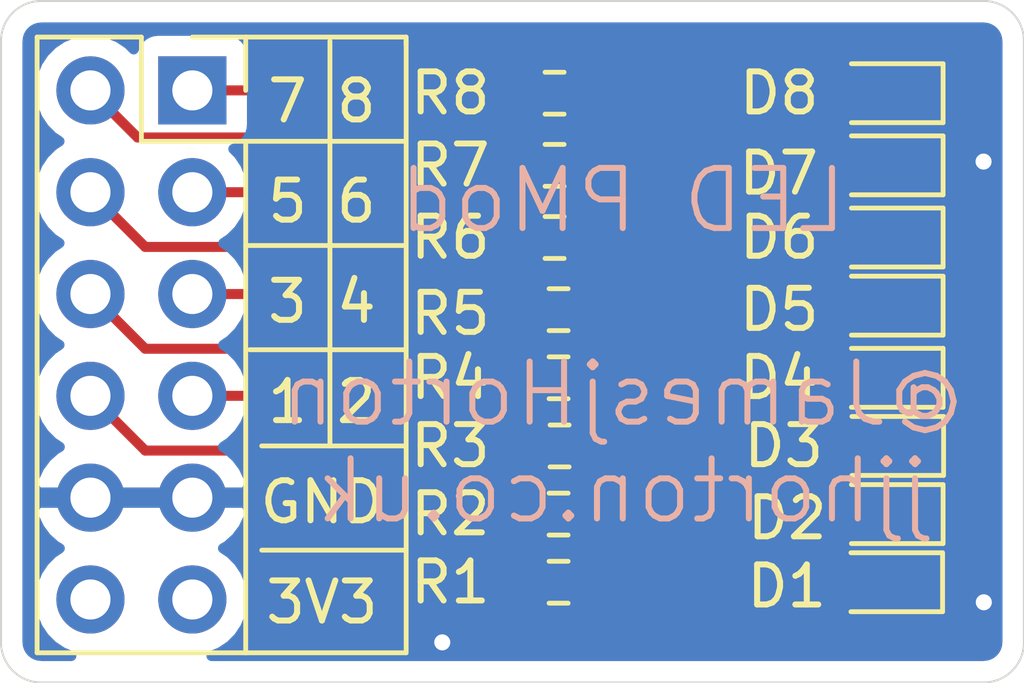
<source format=kicad_pcb>
(kicad_pcb (version 20171130) (host pcbnew "(5.1.9-0-10_14)")

  (general
    (thickness 1.6)
    (drawings 25)
    (tracks 69)
    (zones 0)
    (modules 17)
    (nets 20)
  )

  (page A4)
  (layers
    (0 F.Cu signal hide)
    (31 B.Cu signal hide)
    (32 B.Adhes user)
    (33 F.Adhes user)
    (34 B.Paste user)
    (35 F.Paste user)
    (36 B.SilkS user)
    (37 F.SilkS user)
    (38 B.Mask user)
    (39 F.Mask user)
    (40 Dwgs.User user)
    (41 Cmts.User user)
    (42 Eco1.User user)
    (43 Eco2.User user)
    (44 Edge.Cuts user)
    (45 Margin user)
    (46 B.CrtYd user)
    (47 F.CrtYd user)
    (48 B.Fab user)
    (49 F.Fab user)
  )

  (setup
    (last_trace_width 0.25)
    (trace_clearance 0.2)
    (zone_clearance 0.508)
    (zone_45_only no)
    (trace_min 0.2)
    (via_size 0.8)
    (via_drill 0.4)
    (via_min_size 0.4)
    (via_min_drill 0.3)
    (uvia_size 0.3)
    (uvia_drill 0.1)
    (uvias_allowed no)
    (uvia_min_size 0.2)
    (uvia_min_drill 0.1)
    (edge_width 0.05)
    (segment_width 0.2)
    (pcb_text_width 0.3)
    (pcb_text_size 1.5 1.5)
    (mod_edge_width 0.12)
    (mod_text_size 1 1)
    (mod_text_width 0.15)
    (pad_size 1.524 1.524)
    (pad_drill 0.762)
    (pad_to_mask_clearance 0)
    (aux_axis_origin 0 0)
    (visible_elements FFFFFF7F)
    (pcbplotparams
      (layerselection 0x010fc_ffffffff)
      (usegerberextensions false)
      (usegerberattributes true)
      (usegerberadvancedattributes true)
      (creategerberjobfile true)
      (excludeedgelayer true)
      (linewidth 0.100000)
      (plotframeref false)
      (viasonmask false)
      (mode 1)
      (useauxorigin false)
      (hpglpennumber 1)
      (hpglpenspeed 20)
      (hpglpendiameter 15.000000)
      (psnegative false)
      (psa4output false)
      (plotreference true)
      (plotvalue true)
      (plotinvisibletext false)
      (padsonsilk false)
      (subtractmaskfromsilk false)
      (outputformat 1)
      (mirror false)
      (drillshape 1)
      (scaleselection 1)
      (outputdirectory ""))
  )

  (net 0 "")
  (net 1 "Net-(D1-Pad2)")
  (net 2 GND)
  (net 3 "Net-(D2-Pad2)")
  (net 4 "Net-(D3-Pad2)")
  (net 5 "Net-(D4-Pad2)")
  (net 6 "Net-(D5-Pad2)")
  (net 7 "Net-(D6-Pad2)")
  (net 8 "Net-(D7-Pad2)")
  (net 9 "Net-(D8-Pad2)")
  (net 10 "Net-(J1-Pad12)")
  (net 11 "Net-(J1-Pad11)")
  (net 12 LED0)
  (net 13 LED1)
  (net 14 LED2)
  (net 15 LED3)
  (net 16 LED4)
  (net 17 LED5)
  (net 18 LED6)
  (net 19 LED7)

  (net_class Default "This is the default net class."
    (clearance 0.2)
    (trace_width 0.25)
    (via_dia 0.8)
    (via_drill 0.4)
    (uvia_dia 0.3)
    (uvia_drill 0.1)
    (add_net GND)
    (add_net LED0)
    (add_net LED1)
    (add_net LED2)
    (add_net LED3)
    (add_net LED4)
    (add_net LED5)
    (add_net LED6)
    (add_net LED7)
    (add_net "Net-(D1-Pad2)")
    (add_net "Net-(D2-Pad2)")
    (add_net "Net-(D3-Pad2)")
    (add_net "Net-(D4-Pad2)")
    (add_net "Net-(D5-Pad2)")
    (add_net "Net-(D6-Pad2)")
    (add_net "Net-(D7-Pad2)")
    (add_net "Net-(D8-Pad2)")
    (add_net "Net-(J1-Pad11)")
    (add_net "Net-(J1-Pad12)")
  )

  (module Resistor_SMD:R_0603_1608Metric (layer F.Cu) (tedit 5F68FEEE) (tstamp 60871115)
    (at 143.8 80.8)
    (descr "Resistor SMD 0603 (1608 Metric), square (rectangular) end terminal, IPC_7351 nominal, (Body size source: IPC-SM-782 page 72, https://www.pcb-3d.com/wordpress/wp-content/uploads/ipc-sm-782a_amendment_1_and_2.pdf), generated with kicad-footprint-generator")
    (tags resistor)
    (path /6087FA82)
    (attr smd)
    (fp_text reference R8 (at -2.6 0) (layer F.SilkS)
      (effects (font (size 1 1) (thickness 0.15)))
    )
    (fp_text value 330 (at 3.2 0.1) (layer F.Fab)
      (effects (font (size 1 1) (thickness 0.15)))
    )
    (fp_text user %R (at 0 0) (layer F.Fab)
      (effects (font (size 0.4 0.4) (thickness 0.06)))
    )
    (fp_line (start -0.8 0.4125) (end -0.8 -0.4125) (layer F.Fab) (width 0.1))
    (fp_line (start -0.8 -0.4125) (end 0.8 -0.4125) (layer F.Fab) (width 0.1))
    (fp_line (start 0.8 -0.4125) (end 0.8 0.4125) (layer F.Fab) (width 0.1))
    (fp_line (start 0.8 0.4125) (end -0.8 0.4125) (layer F.Fab) (width 0.1))
    (fp_line (start -0.237258 -0.5225) (end 0.237258 -0.5225) (layer F.SilkS) (width 0.12))
    (fp_line (start -0.237258 0.5225) (end 0.237258 0.5225) (layer F.SilkS) (width 0.12))
    (fp_line (start -1.48 0.73) (end -1.48 -0.73) (layer F.CrtYd) (width 0.05))
    (fp_line (start -1.48 -0.73) (end 1.48 -0.73) (layer F.CrtYd) (width 0.05))
    (fp_line (start 1.48 -0.73) (end 1.48 0.73) (layer F.CrtYd) (width 0.05))
    (fp_line (start 1.48 0.73) (end -1.48 0.73) (layer F.CrtYd) (width 0.05))
    (pad 2 smd roundrect (at 0.825 0) (size 0.8 0.95) (layers F.Cu F.Paste F.Mask) (roundrect_rratio 0.25)
      (net 9 "Net-(D8-Pad2)"))
    (pad 1 smd roundrect (at -0.825 0) (size 0.8 0.95) (layers F.Cu F.Paste F.Mask) (roundrect_rratio 0.25)
      (net 19 LED7))
    (model ${KISYS3DMOD}/Resistor_SMD.3dshapes/R_0603_1608Metric.wrl
      (at (xyz 0 0 0))
      (scale (xyz 1 1 1))
      (rotate (xyz 0 0 0))
    )
  )

  (module Resistor_SMD:R_0603_1608Metric (layer F.Cu) (tedit 5F68FEEE) (tstamp 60871104)
    (at 143.8 82.6)
    (descr "Resistor SMD 0603 (1608 Metric), square (rectangular) end terminal, IPC_7351 nominal, (Body size source: IPC-SM-782 page 72, https://www.pcb-3d.com/wordpress/wp-content/uploads/ipc-sm-782a_amendment_1_and_2.pdf), generated with kicad-footprint-generator")
    (tags resistor)
    (path /6087FA6C)
    (attr smd)
    (fp_text reference R7 (at -2.6 0) (layer F.SilkS)
      (effects (font (size 1 1) (thickness 0.15)))
    )
    (fp_text value 330 (at 2.9 0) (layer F.Fab)
      (effects (font (size 1 1) (thickness 0.15)))
    )
    (fp_text user %R (at 0 0) (layer F.Fab)
      (effects (font (size 0.4 0.4) (thickness 0.06)))
    )
    (fp_line (start -0.8 0.4125) (end -0.8 -0.4125) (layer F.Fab) (width 0.1))
    (fp_line (start -0.8 -0.4125) (end 0.8 -0.4125) (layer F.Fab) (width 0.1))
    (fp_line (start 0.8 -0.4125) (end 0.8 0.4125) (layer F.Fab) (width 0.1))
    (fp_line (start 0.8 0.4125) (end -0.8 0.4125) (layer F.Fab) (width 0.1))
    (fp_line (start -0.237258 -0.5225) (end 0.237258 -0.5225) (layer F.SilkS) (width 0.12))
    (fp_line (start -0.237258 0.5225) (end 0.237258 0.5225) (layer F.SilkS) (width 0.12))
    (fp_line (start -1.48 0.73) (end -1.48 -0.73) (layer F.CrtYd) (width 0.05))
    (fp_line (start -1.48 -0.73) (end 1.48 -0.73) (layer F.CrtYd) (width 0.05))
    (fp_line (start 1.48 -0.73) (end 1.48 0.73) (layer F.CrtYd) (width 0.05))
    (fp_line (start 1.48 0.73) (end -1.48 0.73) (layer F.CrtYd) (width 0.05))
    (pad 2 smd roundrect (at 0.825 0) (size 0.8 0.95) (layers F.Cu F.Paste F.Mask) (roundrect_rratio 0.25)
      (net 8 "Net-(D7-Pad2)"))
    (pad 1 smd roundrect (at -0.825 0) (size 0.8 0.95) (layers F.Cu F.Paste F.Mask) (roundrect_rratio 0.25)
      (net 18 LED6))
    (model ${KISYS3DMOD}/Resistor_SMD.3dshapes/R_0603_1608Metric.wrl
      (at (xyz 0 0 0))
      (scale (xyz 1 1 1))
      (rotate (xyz 0 0 0))
    )
  )

  (module Resistor_SMD:R_0603_1608Metric (layer F.Cu) (tedit 5F68FEEE) (tstamp 608710F3)
    (at 143.8 84.4)
    (descr "Resistor SMD 0603 (1608 Metric), square (rectangular) end terminal, IPC_7351 nominal, (Body size source: IPC-SM-782 page 72, https://www.pcb-3d.com/wordpress/wp-content/uploads/ipc-sm-782a_amendment_1_and_2.pdf), generated with kicad-footprint-generator")
    (tags resistor)
    (path /6087FA56)
    (attr smd)
    (fp_text reference R6 (at -2.6 0) (layer F.SilkS)
      (effects (font (size 1 1) (thickness 0.15)))
    )
    (fp_text value 330 (at 3.1 0) (layer F.Fab)
      (effects (font (size 1 1) (thickness 0.15)))
    )
    (fp_text user %R (at 0 0) (layer F.Fab)
      (effects (font (size 0.4 0.4) (thickness 0.06)))
    )
    (fp_line (start -0.8 0.4125) (end -0.8 -0.4125) (layer F.Fab) (width 0.1))
    (fp_line (start -0.8 -0.4125) (end 0.8 -0.4125) (layer F.Fab) (width 0.1))
    (fp_line (start 0.8 -0.4125) (end 0.8 0.4125) (layer F.Fab) (width 0.1))
    (fp_line (start 0.8 0.4125) (end -0.8 0.4125) (layer F.Fab) (width 0.1))
    (fp_line (start -0.237258 -0.5225) (end 0.237258 -0.5225) (layer F.SilkS) (width 0.12))
    (fp_line (start -0.237258 0.5225) (end 0.237258 0.5225) (layer F.SilkS) (width 0.12))
    (fp_line (start -1.48 0.73) (end -1.48 -0.73) (layer F.CrtYd) (width 0.05))
    (fp_line (start -1.48 -0.73) (end 1.48 -0.73) (layer F.CrtYd) (width 0.05))
    (fp_line (start 1.48 -0.73) (end 1.48 0.73) (layer F.CrtYd) (width 0.05))
    (fp_line (start 1.48 0.73) (end -1.48 0.73) (layer F.CrtYd) (width 0.05))
    (pad 2 smd roundrect (at 0.825 0) (size 0.8 0.95) (layers F.Cu F.Paste F.Mask) (roundrect_rratio 0.25)
      (net 7 "Net-(D6-Pad2)"))
    (pad 1 smd roundrect (at -0.825 0) (size 0.8 0.95) (layers F.Cu F.Paste F.Mask) (roundrect_rratio 0.25)
      (net 17 LED5))
    (model ${KISYS3DMOD}/Resistor_SMD.3dshapes/R_0603_1608Metric.wrl
      (at (xyz 0 0 0))
      (scale (xyz 1 1 1))
      (rotate (xyz 0 0 0))
    )
  )

  (module Resistor_SMD:R_0603_1608Metric (layer F.Cu) (tedit 5F68FEEE) (tstamp 608710E2)
    (at 143.9 86.2)
    (descr "Resistor SMD 0603 (1608 Metric), square (rectangular) end terminal, IPC_7351 nominal, (Body size source: IPC-SM-782 page 72, https://www.pcb-3d.com/wordpress/wp-content/uploads/ipc-sm-782a_amendment_1_and_2.pdf), generated with kicad-footprint-generator")
    (tags resistor)
    (path /6087FA40)
    (attr smd)
    (fp_text reference R5 (at -2.7 0.1) (layer F.SilkS)
      (effects (font (size 1 1) (thickness 0.15)))
    )
    (fp_text value 330 (at 3.025 0.1) (layer F.Fab)
      (effects (font (size 1 1) (thickness 0.15)))
    )
    (fp_text user %R (at 0 0) (layer F.Fab)
      (effects (font (size 0.4 0.4) (thickness 0.06)))
    )
    (fp_line (start -0.8 0.4125) (end -0.8 -0.4125) (layer F.Fab) (width 0.1))
    (fp_line (start -0.8 -0.4125) (end 0.8 -0.4125) (layer F.Fab) (width 0.1))
    (fp_line (start 0.8 -0.4125) (end 0.8 0.4125) (layer F.Fab) (width 0.1))
    (fp_line (start 0.8 0.4125) (end -0.8 0.4125) (layer F.Fab) (width 0.1))
    (fp_line (start -0.237258 -0.5225) (end 0.237258 -0.5225) (layer F.SilkS) (width 0.12))
    (fp_line (start -0.237258 0.5225) (end 0.237258 0.5225) (layer F.SilkS) (width 0.12))
    (fp_line (start -1.48 0.73) (end -1.48 -0.73) (layer F.CrtYd) (width 0.05))
    (fp_line (start -1.48 -0.73) (end 1.48 -0.73) (layer F.CrtYd) (width 0.05))
    (fp_line (start 1.48 -0.73) (end 1.48 0.73) (layer F.CrtYd) (width 0.05))
    (fp_line (start 1.48 0.73) (end -1.48 0.73) (layer F.CrtYd) (width 0.05))
    (pad 2 smd roundrect (at 0.825 0) (size 0.8 0.95) (layers F.Cu F.Paste F.Mask) (roundrect_rratio 0.25)
      (net 6 "Net-(D5-Pad2)"))
    (pad 1 smd roundrect (at -0.825 0) (size 0.8 0.95) (layers F.Cu F.Paste F.Mask) (roundrect_rratio 0.25)
      (net 16 LED4))
    (model ${KISYS3DMOD}/Resistor_SMD.3dshapes/R_0603_1608Metric.wrl
      (at (xyz 0 0 0))
      (scale (xyz 1 1 1))
      (rotate (xyz 0 0 0))
    )
  )

  (module Resistor_SMD:R_0603_1608Metric (layer F.Cu) (tedit 5F68FEEE) (tstamp 608710D1)
    (at 143.9 87.9)
    (descr "Resistor SMD 0603 (1608 Metric), square (rectangular) end terminal, IPC_7351 nominal, (Body size source: IPC-SM-782 page 72, https://www.pcb-3d.com/wordpress/wp-content/uploads/ipc-sm-782a_amendment_1_and_2.pdf), generated with kicad-footprint-generator")
    (tags resistor)
    (path /60879514)
    (attr smd)
    (fp_text reference R4 (at -2.7 0) (layer F.SilkS)
      (effects (font (size 1 1) (thickness 0.15)))
    )
    (fp_text value 330 (at 3 0.1) (layer F.Fab)
      (effects (font (size 1 1) (thickness 0.15)))
    )
    (fp_text user %R (at 0 0) (layer F.Fab)
      (effects (font (size 0.4 0.4) (thickness 0.06)))
    )
    (fp_line (start -0.8 0.4125) (end -0.8 -0.4125) (layer F.Fab) (width 0.1))
    (fp_line (start -0.8 -0.4125) (end 0.8 -0.4125) (layer F.Fab) (width 0.1))
    (fp_line (start 0.8 -0.4125) (end 0.8 0.4125) (layer F.Fab) (width 0.1))
    (fp_line (start 0.8 0.4125) (end -0.8 0.4125) (layer F.Fab) (width 0.1))
    (fp_line (start -0.237258 -0.5225) (end 0.237258 -0.5225) (layer F.SilkS) (width 0.12))
    (fp_line (start -0.237258 0.5225) (end 0.237258 0.5225) (layer F.SilkS) (width 0.12))
    (fp_line (start -1.48 0.73) (end -1.48 -0.73) (layer F.CrtYd) (width 0.05))
    (fp_line (start -1.48 -0.73) (end 1.48 -0.73) (layer F.CrtYd) (width 0.05))
    (fp_line (start 1.48 -0.73) (end 1.48 0.73) (layer F.CrtYd) (width 0.05))
    (fp_line (start 1.48 0.73) (end -1.48 0.73) (layer F.CrtYd) (width 0.05))
    (pad 2 smd roundrect (at 0.825 0) (size 0.8 0.95) (layers F.Cu F.Paste F.Mask) (roundrect_rratio 0.25)
      (net 5 "Net-(D4-Pad2)"))
    (pad 1 smd roundrect (at -0.825 0) (size 0.8 0.95) (layers F.Cu F.Paste F.Mask) (roundrect_rratio 0.25)
      (net 15 LED3))
    (model ${KISYS3DMOD}/Resistor_SMD.3dshapes/R_0603_1608Metric.wrl
      (at (xyz 0 0 0))
      (scale (xyz 1 1 1))
      (rotate (xyz 0 0 0))
    )
  )

  (module Resistor_SMD:R_0603_1608Metric (layer F.Cu) (tedit 5F68FEEE) (tstamp 608710C0)
    (at 143.925 89.6)
    (descr "Resistor SMD 0603 (1608 Metric), square (rectangular) end terminal, IPC_7351 nominal, (Body size source: IPC-SM-782 page 72, https://www.pcb-3d.com/wordpress/wp-content/uploads/ipc-sm-782a_amendment_1_and_2.pdf), generated with kicad-footprint-generator")
    (tags resistor)
    (path /608794FE)
    (attr smd)
    (fp_text reference R3 (at -2.725 0) (layer F.SilkS)
      (effects (font (size 1 1) (thickness 0.15)))
    )
    (fp_text value 330 (at 2.9 0.1) (layer F.Fab)
      (effects (font (size 1 1) (thickness 0.15)))
    )
    (fp_text user %R (at 0 0) (layer F.Fab)
      (effects (font (size 0.4 0.4) (thickness 0.06)))
    )
    (fp_line (start -0.8 0.4125) (end -0.8 -0.4125) (layer F.Fab) (width 0.1))
    (fp_line (start -0.8 -0.4125) (end 0.8 -0.4125) (layer F.Fab) (width 0.1))
    (fp_line (start 0.8 -0.4125) (end 0.8 0.4125) (layer F.Fab) (width 0.1))
    (fp_line (start 0.8 0.4125) (end -0.8 0.4125) (layer F.Fab) (width 0.1))
    (fp_line (start -0.237258 -0.5225) (end 0.237258 -0.5225) (layer F.SilkS) (width 0.12))
    (fp_line (start -0.237258 0.5225) (end 0.237258 0.5225) (layer F.SilkS) (width 0.12))
    (fp_line (start -1.48 0.73) (end -1.48 -0.73) (layer F.CrtYd) (width 0.05))
    (fp_line (start -1.48 -0.73) (end 1.48 -0.73) (layer F.CrtYd) (width 0.05))
    (fp_line (start 1.48 -0.73) (end 1.48 0.73) (layer F.CrtYd) (width 0.05))
    (fp_line (start 1.48 0.73) (end -1.48 0.73) (layer F.CrtYd) (width 0.05))
    (pad 2 smd roundrect (at 0.825 0) (size 0.8 0.95) (layers F.Cu F.Paste F.Mask) (roundrect_rratio 0.25)
      (net 4 "Net-(D3-Pad2)"))
    (pad 1 smd roundrect (at -0.825 0) (size 0.8 0.95) (layers F.Cu F.Paste F.Mask) (roundrect_rratio 0.25)
      (net 14 LED2))
    (model ${KISYS3DMOD}/Resistor_SMD.3dshapes/R_0603_1608Metric.wrl
      (at (xyz 0 0 0))
      (scale (xyz 1 1 1))
      (rotate (xyz 0 0 0))
    )
  )

  (module Resistor_SMD:R_0603_1608Metric (layer F.Cu) (tedit 5F68FEEE) (tstamp 608710AF)
    (at 143.9 91.3)
    (descr "Resistor SMD 0603 (1608 Metric), square (rectangular) end terminal, IPC_7351 nominal, (Body size source: IPC-SM-782 page 72, https://www.pcb-3d.com/wordpress/wp-content/uploads/ipc-sm-782a_amendment_1_and_2.pdf), generated with kicad-footprint-generator")
    (tags resistor)
    (path /608761F7)
    (attr smd)
    (fp_text reference R2 (at -2.7 0) (layer F.SilkS)
      (effects (font (size 1 1) (thickness 0.15)))
    )
    (fp_text value 330 (at 2.9 0.1) (layer F.Fab)
      (effects (font (size 1 1) (thickness 0.15)))
    )
    (fp_text user %R (at 0 0) (layer F.Fab)
      (effects (font (size 0.4 0.4) (thickness 0.06)))
    )
    (fp_line (start -0.8 0.4125) (end -0.8 -0.4125) (layer F.Fab) (width 0.1))
    (fp_line (start -0.8 -0.4125) (end 0.8 -0.4125) (layer F.Fab) (width 0.1))
    (fp_line (start 0.8 -0.4125) (end 0.8 0.4125) (layer F.Fab) (width 0.1))
    (fp_line (start 0.8 0.4125) (end -0.8 0.4125) (layer F.Fab) (width 0.1))
    (fp_line (start -0.237258 -0.5225) (end 0.237258 -0.5225) (layer F.SilkS) (width 0.12))
    (fp_line (start -0.237258 0.5225) (end 0.237258 0.5225) (layer F.SilkS) (width 0.12))
    (fp_line (start -1.48 0.73) (end -1.48 -0.73) (layer F.CrtYd) (width 0.05))
    (fp_line (start -1.48 -0.73) (end 1.48 -0.73) (layer F.CrtYd) (width 0.05))
    (fp_line (start 1.48 -0.73) (end 1.48 0.73) (layer F.CrtYd) (width 0.05))
    (fp_line (start 1.48 0.73) (end -1.48 0.73) (layer F.CrtYd) (width 0.05))
    (pad 2 smd roundrect (at 0.825 0) (size 0.8 0.95) (layers F.Cu F.Paste F.Mask) (roundrect_rratio 0.25)
      (net 3 "Net-(D2-Pad2)"))
    (pad 1 smd roundrect (at -0.825 0) (size 0.8 0.95) (layers F.Cu F.Paste F.Mask) (roundrect_rratio 0.25)
      (net 13 LED1))
    (model ${KISYS3DMOD}/Resistor_SMD.3dshapes/R_0603_1608Metric.wrl
      (at (xyz 0 0 0))
      (scale (xyz 1 1 1))
      (rotate (xyz 0 0 0))
    )
  )

  (module Resistor_SMD:R_0603_1608Metric (layer F.Cu) (tedit 5F68FEEE) (tstamp 6087109E)
    (at 143.9 93)
    (descr "Resistor SMD 0603 (1608 Metric), square (rectangular) end terminal, IPC_7351 nominal, (Body size source: IPC-SM-782 page 72, https://www.pcb-3d.com/wordpress/wp-content/uploads/ipc-sm-782a_amendment_1_and_2.pdf), generated with kicad-footprint-generator")
    (tags resistor)
    (path /60873A1F)
    (attr smd)
    (fp_text reference R1 (at -2.7 0) (layer F.SilkS)
      (effects (font (size 1 1) (thickness 0.15)))
    )
    (fp_text value 330 (at 3.125 0.1) (layer F.Fab)
      (effects (font (size 1 1) (thickness 0.15)))
    )
    (fp_text user %R (at 0 0) (layer F.Fab)
      (effects (font (size 0.4 0.4) (thickness 0.06)))
    )
    (fp_line (start -0.8 0.4125) (end -0.8 -0.4125) (layer F.Fab) (width 0.1))
    (fp_line (start -0.8 -0.4125) (end 0.8 -0.4125) (layer F.Fab) (width 0.1))
    (fp_line (start 0.8 -0.4125) (end 0.8 0.4125) (layer F.Fab) (width 0.1))
    (fp_line (start 0.8 0.4125) (end -0.8 0.4125) (layer F.Fab) (width 0.1))
    (fp_line (start -0.237258 -0.5225) (end 0.237258 -0.5225) (layer F.SilkS) (width 0.12))
    (fp_line (start -0.237258 0.5225) (end 0.237258 0.5225) (layer F.SilkS) (width 0.12))
    (fp_line (start -1.48 0.73) (end -1.48 -0.73) (layer F.CrtYd) (width 0.05))
    (fp_line (start -1.48 -0.73) (end 1.48 -0.73) (layer F.CrtYd) (width 0.05))
    (fp_line (start 1.48 -0.73) (end 1.48 0.73) (layer F.CrtYd) (width 0.05))
    (fp_line (start 1.48 0.73) (end -1.48 0.73) (layer F.CrtYd) (width 0.05))
    (pad 2 smd roundrect (at 0.825 0) (size 0.8 0.95) (layers F.Cu F.Paste F.Mask) (roundrect_rratio 0.25)
      (net 1 "Net-(D1-Pad2)"))
    (pad 1 smd roundrect (at -0.825 0) (size 0.8 0.95) (layers F.Cu F.Paste F.Mask) (roundrect_rratio 0.25)
      (net 12 LED0))
    (model ${KISYS3DMOD}/Resistor_SMD.3dshapes/R_0603_1608Metric.wrl
      (at (xyz 0 0 0))
      (scale (xyz 1 1 1))
      (rotate (xyz 0 0 0))
    )
  )

  (module Connector_PinSocket_2.54mm:PinSocket_2x06_P2.54mm_Vertical (layer F.Cu) (tedit 5A19A42B) (tstamp 6087108D)
    (at 134.77 80.73)
    (descr "Through hole straight socket strip, 2x06, 2.54mm pitch, double cols (from Kicad 4.0.7), script generated")
    (tags "Through hole socket strip THT 2x06 2.54mm double row")
    (path /60870F83)
    (fp_text reference J1 (at -1.27 -2.77) (layer F.SilkS)
      (effects (font (size 1 1) (thickness 0.15)))
    )
    (fp_text value Conn_02x06_Odd_Even (at -1.27 15.47) (layer F.Fab)
      (effects (font (size 1 1) (thickness 0.15)))
    )
    (fp_text user %R (at -1.27 6.35 90) (layer F.Fab)
      (effects (font (size 1 1) (thickness 0.15)))
    )
    (fp_line (start -3.81 -1.27) (end 0.27 -1.27) (layer F.Fab) (width 0.1))
    (fp_line (start 0.27 -1.27) (end 1.27 -0.27) (layer F.Fab) (width 0.1))
    (fp_line (start 1.27 -0.27) (end 1.27 13.97) (layer F.Fab) (width 0.1))
    (fp_line (start 1.27 13.97) (end -3.81 13.97) (layer F.Fab) (width 0.1))
    (fp_line (start -3.81 13.97) (end -3.81 -1.27) (layer F.Fab) (width 0.1))
    (fp_line (start -3.87 -1.33) (end -1.27 -1.33) (layer F.SilkS) (width 0.12))
    (fp_line (start -3.87 -1.33) (end -3.87 14.03) (layer F.SilkS) (width 0.12))
    (fp_line (start -3.87 14.03) (end 1.33 14.03) (layer F.SilkS) (width 0.12))
    (fp_line (start 1.33 1.27) (end 1.33 14.03) (layer F.SilkS) (width 0.12))
    (fp_line (start -1.27 1.27) (end 1.33 1.27) (layer F.SilkS) (width 0.12))
    (fp_line (start -1.27 -1.33) (end -1.27 1.27) (layer F.SilkS) (width 0.12))
    (fp_line (start 1.33 -1.33) (end 1.33 0) (layer F.SilkS) (width 0.12))
    (fp_line (start 0 -1.33) (end 1.33 -1.33) (layer F.SilkS) (width 0.12))
    (fp_line (start -4.34 -1.8) (end 1.76 -1.8) (layer F.CrtYd) (width 0.05))
    (fp_line (start 1.76 -1.8) (end 1.76 14.45) (layer F.CrtYd) (width 0.05))
    (fp_line (start 1.76 14.45) (end -4.34 14.45) (layer F.CrtYd) (width 0.05))
    (fp_line (start -4.34 14.45) (end -4.34 -1.8) (layer F.CrtYd) (width 0.05))
    (pad 12 thru_hole oval (at -2.54 12.7) (size 1.7 1.7) (drill 1) (layers *.Cu *.Mask)
      (net 10 "Net-(J1-Pad12)"))
    (pad 11 thru_hole oval (at 0 12.7) (size 1.7 1.7) (drill 1) (layers *.Cu *.Mask)
      (net 11 "Net-(J1-Pad11)"))
    (pad 10 thru_hole oval (at -2.54 10.16) (size 1.7 1.7) (drill 1) (layers *.Cu *.Mask)
      (net 2 GND))
    (pad 9 thru_hole oval (at 0 10.16) (size 1.7 1.7) (drill 1) (layers *.Cu *.Mask)
      (net 2 GND))
    (pad 8 thru_hole oval (at -2.54 7.62) (size 1.7 1.7) (drill 1) (layers *.Cu *.Mask)
      (net 12 LED0))
    (pad 7 thru_hole oval (at 0 7.62) (size 1.7 1.7) (drill 1) (layers *.Cu *.Mask)
      (net 13 LED1))
    (pad 6 thru_hole oval (at -2.54 5.08) (size 1.7 1.7) (drill 1) (layers *.Cu *.Mask)
      (net 14 LED2))
    (pad 5 thru_hole oval (at 0 5.08) (size 1.7 1.7) (drill 1) (layers *.Cu *.Mask)
      (net 15 LED3))
    (pad 4 thru_hole oval (at -2.54 2.54) (size 1.7 1.7) (drill 1) (layers *.Cu *.Mask)
      (net 16 LED4))
    (pad 3 thru_hole oval (at 0 2.54) (size 1.7 1.7) (drill 1) (layers *.Cu *.Mask)
      (net 17 LED5))
    (pad 2 thru_hole oval (at -2.54 0) (size 1.7 1.7) (drill 1) (layers *.Cu *.Mask)
      (net 18 LED6))
    (pad 1 thru_hole rect (at 0 0) (size 1.7 1.7) (drill 1) (layers *.Cu *.Mask)
      (net 19 LED7))
    (model ${KISYS3DMOD}/Connector_PinSocket_2.54mm.3dshapes/PinSocket_2x06_P2.54mm_Vertical.wrl
      (at (xyz 0 0 0))
      (scale (xyz 1 1 1))
      (rotate (xyz 0 0 0))
    )
  )

  (module LED_SMD:LED_0603_1608Metric (layer F.Cu) (tedit 5F68FEF1) (tstamp 6087106B)
    (at 152 80.8 180)
    (descr "LED SMD 0603 (1608 Metric), square (rectangular) end terminal, IPC_7351 nominal, (Body size source: http://www.tortai-tech.com/upload/download/2011102023233369053.pdf), generated with kicad-footprint-generator")
    (tags LED)
    (path /6087FA7C)
    (attr smd)
    (fp_text reference D8 (at 2.6 0) (layer F.SilkS)
      (effects (font (size 1 1) (thickness 0.15)))
    )
    (fp_text value LED (at -3 0) (layer F.Fab)
      (effects (font (size 1 1) (thickness 0.15)))
    )
    (fp_text user %R (at 0 0) (layer F.Fab)
      (effects (font (size 0.4 0.4) (thickness 0.06)))
    )
    (fp_line (start 0.8 -0.4) (end -0.5 -0.4) (layer F.Fab) (width 0.1))
    (fp_line (start -0.5 -0.4) (end -0.8 -0.1) (layer F.Fab) (width 0.1))
    (fp_line (start -0.8 -0.1) (end -0.8 0.4) (layer F.Fab) (width 0.1))
    (fp_line (start -0.8 0.4) (end 0.8 0.4) (layer F.Fab) (width 0.1))
    (fp_line (start 0.8 0.4) (end 0.8 -0.4) (layer F.Fab) (width 0.1))
    (fp_line (start 0.8 -0.735) (end -1.485 -0.735) (layer F.SilkS) (width 0.12))
    (fp_line (start -1.485 -0.735) (end -1.485 0.735) (layer F.SilkS) (width 0.12))
    (fp_line (start -1.485 0.735) (end 0.8 0.735) (layer F.SilkS) (width 0.12))
    (fp_line (start -1.48 0.73) (end -1.48 -0.73) (layer F.CrtYd) (width 0.05))
    (fp_line (start -1.48 -0.73) (end 1.48 -0.73) (layer F.CrtYd) (width 0.05))
    (fp_line (start 1.48 -0.73) (end 1.48 0.73) (layer F.CrtYd) (width 0.05))
    (fp_line (start 1.48 0.73) (end -1.48 0.73) (layer F.CrtYd) (width 0.05))
    (pad 2 smd roundrect (at 0.7875 0 180) (size 0.875 0.95) (layers F.Cu F.Paste F.Mask) (roundrect_rratio 0.25)
      (net 9 "Net-(D8-Pad2)"))
    (pad 1 smd roundrect (at -0.7875 0 180) (size 0.875 0.95) (layers F.Cu F.Paste F.Mask) (roundrect_rratio 0.25)
      (net 2 GND))
    (model ${KISYS3DMOD}/LED_SMD.3dshapes/LED_0603_1608Metric.wrl
      (at (xyz 0 0 0))
      (scale (xyz 1 1 1))
      (rotate (xyz 0 0 0))
    )
  )

  (module LED_SMD:LED_0603_1608Metric (layer F.Cu) (tedit 5F68FEF1) (tstamp 60871058)
    (at 152 82.6 180)
    (descr "LED SMD 0603 (1608 Metric), square (rectangular) end terminal, IPC_7351 nominal, (Body size source: http://www.tortai-tech.com/upload/download/2011102023233369053.pdf), generated with kicad-footprint-generator")
    (tags LED)
    (path /6087FA66)
    (attr smd)
    (fp_text reference D7 (at 2.6125 -0.2) (layer F.SilkS)
      (effects (font (size 1 1) (thickness 0.15)))
    )
    (fp_text value LED (at -2.7875 0) (layer F.Fab)
      (effects (font (size 1 1) (thickness 0.15)))
    )
    (fp_text user %R (at 0 0) (layer F.Fab)
      (effects (font (size 0.4 0.4) (thickness 0.06)))
    )
    (fp_line (start 0.8 -0.4) (end -0.5 -0.4) (layer F.Fab) (width 0.1))
    (fp_line (start -0.5 -0.4) (end -0.8 -0.1) (layer F.Fab) (width 0.1))
    (fp_line (start -0.8 -0.1) (end -0.8 0.4) (layer F.Fab) (width 0.1))
    (fp_line (start -0.8 0.4) (end 0.8 0.4) (layer F.Fab) (width 0.1))
    (fp_line (start 0.8 0.4) (end 0.8 -0.4) (layer F.Fab) (width 0.1))
    (fp_line (start 0.8 -0.735) (end -1.485 -0.735) (layer F.SilkS) (width 0.12))
    (fp_line (start -1.485 -0.735) (end -1.485 0.735) (layer F.SilkS) (width 0.12))
    (fp_line (start -1.485 0.735) (end 0.8 0.735) (layer F.SilkS) (width 0.12))
    (fp_line (start -1.48 0.73) (end -1.48 -0.73) (layer F.CrtYd) (width 0.05))
    (fp_line (start -1.48 -0.73) (end 1.48 -0.73) (layer F.CrtYd) (width 0.05))
    (fp_line (start 1.48 -0.73) (end 1.48 0.73) (layer F.CrtYd) (width 0.05))
    (fp_line (start 1.48 0.73) (end -1.48 0.73) (layer F.CrtYd) (width 0.05))
    (pad 2 smd roundrect (at 0.7875 0 180) (size 0.875 0.95) (layers F.Cu F.Paste F.Mask) (roundrect_rratio 0.25)
      (net 8 "Net-(D7-Pad2)"))
    (pad 1 smd roundrect (at -0.7875 0 180) (size 0.875 0.95) (layers F.Cu F.Paste F.Mask) (roundrect_rratio 0.25)
      (net 2 GND))
    (model ${KISYS3DMOD}/LED_SMD.3dshapes/LED_0603_1608Metric.wrl
      (at (xyz 0 0 0))
      (scale (xyz 1 1 1))
      (rotate (xyz 0 0 0))
    )
  )

  (module LED_SMD:LED_0603_1608Metric (layer F.Cu) (tedit 5F68FEF1) (tstamp 60871045)
    (at 152 84.4 180)
    (descr "LED SMD 0603 (1608 Metric), square (rectangular) end terminal, IPC_7351 nominal, (Body size source: http://www.tortai-tech.com/upload/download/2011102023233369053.pdf), generated with kicad-footprint-generator")
    (tags LED)
    (path /6087FA50)
    (attr smd)
    (fp_text reference D6 (at 2.6 0) (layer F.SilkS)
      (effects (font (size 1 1) (thickness 0.15)))
    )
    (fp_text value LED (at -2.8 0) (layer F.Fab)
      (effects (font (size 1 1) (thickness 0.15)))
    )
    (fp_text user %R (at 0 0) (layer F.Fab)
      (effects (font (size 0.4 0.4) (thickness 0.06)))
    )
    (fp_line (start 0.8 -0.4) (end -0.5 -0.4) (layer F.Fab) (width 0.1))
    (fp_line (start -0.5 -0.4) (end -0.8 -0.1) (layer F.Fab) (width 0.1))
    (fp_line (start -0.8 -0.1) (end -0.8 0.4) (layer F.Fab) (width 0.1))
    (fp_line (start -0.8 0.4) (end 0.8 0.4) (layer F.Fab) (width 0.1))
    (fp_line (start 0.8 0.4) (end 0.8 -0.4) (layer F.Fab) (width 0.1))
    (fp_line (start 0.8 -0.735) (end -1.485 -0.735) (layer F.SilkS) (width 0.12))
    (fp_line (start -1.485 -0.735) (end -1.485 0.735) (layer F.SilkS) (width 0.12))
    (fp_line (start -1.485 0.735) (end 0.8 0.735) (layer F.SilkS) (width 0.12))
    (fp_line (start -1.48 0.73) (end -1.48 -0.73) (layer F.CrtYd) (width 0.05))
    (fp_line (start -1.48 -0.73) (end 1.48 -0.73) (layer F.CrtYd) (width 0.05))
    (fp_line (start 1.48 -0.73) (end 1.48 0.73) (layer F.CrtYd) (width 0.05))
    (fp_line (start 1.48 0.73) (end -1.48 0.73) (layer F.CrtYd) (width 0.05))
    (pad 2 smd roundrect (at 0.7875 0 180) (size 0.875 0.95) (layers F.Cu F.Paste F.Mask) (roundrect_rratio 0.25)
      (net 7 "Net-(D6-Pad2)"))
    (pad 1 smd roundrect (at -0.7875 0 180) (size 0.875 0.95) (layers F.Cu F.Paste F.Mask) (roundrect_rratio 0.25)
      (net 2 GND))
    (model ${KISYS3DMOD}/LED_SMD.3dshapes/LED_0603_1608Metric.wrl
      (at (xyz 0 0 0))
      (scale (xyz 1 1 1))
      (rotate (xyz 0 0 0))
    )
  )

  (module LED_SMD:LED_0603_1608Metric (layer F.Cu) (tedit 5F68FEF1) (tstamp 60871032)
    (at 152 86.1 180)
    (descr "LED SMD 0603 (1608 Metric), square (rectangular) end terminal, IPC_7351 nominal, (Body size source: http://www.tortai-tech.com/upload/download/2011102023233369053.pdf), generated with kicad-footprint-generator")
    (tags LED)
    (path /6087FA3A)
    (attr smd)
    (fp_text reference D5 (at 2.6 -0.1) (layer F.SilkS)
      (effects (font (size 1 1) (thickness 0.15)))
    )
    (fp_text value LED (at -2.9 0) (layer F.Fab)
      (effects (font (size 1 1) (thickness 0.15)))
    )
    (fp_text user %R (at 0 0) (layer F.Fab)
      (effects (font (size 0.4 0.4) (thickness 0.06)))
    )
    (fp_line (start 0.8 -0.4) (end -0.5 -0.4) (layer F.Fab) (width 0.1))
    (fp_line (start -0.5 -0.4) (end -0.8 -0.1) (layer F.Fab) (width 0.1))
    (fp_line (start -0.8 -0.1) (end -0.8 0.4) (layer F.Fab) (width 0.1))
    (fp_line (start -0.8 0.4) (end 0.8 0.4) (layer F.Fab) (width 0.1))
    (fp_line (start 0.8 0.4) (end 0.8 -0.4) (layer F.Fab) (width 0.1))
    (fp_line (start 0.8 -0.735) (end -1.485 -0.735) (layer F.SilkS) (width 0.12))
    (fp_line (start -1.485 -0.735) (end -1.485 0.735) (layer F.SilkS) (width 0.12))
    (fp_line (start -1.485 0.735) (end 0.8 0.735) (layer F.SilkS) (width 0.12))
    (fp_line (start -1.48 0.73) (end -1.48 -0.73) (layer F.CrtYd) (width 0.05))
    (fp_line (start -1.48 -0.73) (end 1.48 -0.73) (layer F.CrtYd) (width 0.05))
    (fp_line (start 1.48 -0.73) (end 1.48 0.73) (layer F.CrtYd) (width 0.05))
    (fp_line (start 1.48 0.73) (end -1.48 0.73) (layer F.CrtYd) (width 0.05))
    (pad 2 smd roundrect (at 0.7875 0 180) (size 0.875 0.95) (layers F.Cu F.Paste F.Mask) (roundrect_rratio 0.25)
      (net 6 "Net-(D5-Pad2)"))
    (pad 1 smd roundrect (at -0.7875 0 180) (size 0.875 0.95) (layers F.Cu F.Paste F.Mask) (roundrect_rratio 0.25)
      (net 2 GND))
    (model ${KISYS3DMOD}/LED_SMD.3dshapes/LED_0603_1608Metric.wrl
      (at (xyz 0 0 0))
      (scale (xyz 1 1 1))
      (rotate (xyz 0 0 0))
    )
  )

  (module LED_SMD:LED_0603_1608Metric (layer F.Cu) (tedit 5F68FEF1) (tstamp 6087101F)
    (at 152 87.9 180)
    (descr "LED SMD 0603 (1608 Metric), square (rectangular) end terminal, IPC_7351 nominal, (Body size source: http://www.tortai-tech.com/upload/download/2011102023233369053.pdf), generated with kicad-footprint-generator")
    (tags LED)
    (path /6087950E)
    (attr smd)
    (fp_text reference D4 (at 2.6 0) (layer F.SilkS)
      (effects (font (size 1 1) (thickness 0.15)))
    )
    (fp_text value LED (at -3 0) (layer F.Fab)
      (effects (font (size 1 1) (thickness 0.15)))
    )
    (fp_text user %R (at 0 0) (layer F.Fab)
      (effects (font (size 0.4 0.4) (thickness 0.06)))
    )
    (fp_line (start 0.8 -0.4) (end -0.5 -0.4) (layer F.Fab) (width 0.1))
    (fp_line (start -0.5 -0.4) (end -0.8 -0.1) (layer F.Fab) (width 0.1))
    (fp_line (start -0.8 -0.1) (end -0.8 0.4) (layer F.Fab) (width 0.1))
    (fp_line (start -0.8 0.4) (end 0.8 0.4) (layer F.Fab) (width 0.1))
    (fp_line (start 0.8 0.4) (end 0.8 -0.4) (layer F.Fab) (width 0.1))
    (fp_line (start 0.8 -0.735) (end -1.485 -0.735) (layer F.SilkS) (width 0.12))
    (fp_line (start -1.485 -0.735) (end -1.485 0.735) (layer F.SilkS) (width 0.12))
    (fp_line (start -1.485 0.735) (end 0.8 0.735) (layer F.SilkS) (width 0.12))
    (fp_line (start -1.48 0.73) (end -1.48 -0.73) (layer F.CrtYd) (width 0.05))
    (fp_line (start -1.48 -0.73) (end 1.48 -0.73) (layer F.CrtYd) (width 0.05))
    (fp_line (start 1.48 -0.73) (end 1.48 0.73) (layer F.CrtYd) (width 0.05))
    (fp_line (start 1.48 0.73) (end -1.48 0.73) (layer F.CrtYd) (width 0.05))
    (pad 2 smd roundrect (at 0.7875 0 180) (size 0.875 0.95) (layers F.Cu F.Paste F.Mask) (roundrect_rratio 0.25)
      (net 5 "Net-(D4-Pad2)"))
    (pad 1 smd roundrect (at -0.7875 0 180) (size 0.875 0.95) (layers F.Cu F.Paste F.Mask) (roundrect_rratio 0.25)
      (net 2 GND))
    (model ${KISYS3DMOD}/LED_SMD.3dshapes/LED_0603_1608Metric.wrl
      (at (xyz 0 0 0))
      (scale (xyz 1 1 1))
      (rotate (xyz 0 0 0))
    )
  )

  (module LED_SMD:LED_0603_1608Metric (layer F.Cu) (tedit 5F68FEF1) (tstamp 6087100C)
    (at 152.0125 89.6 180)
    (descr "LED SMD 0603 (1608 Metric), square (rectangular) end terminal, IPC_7351 nominal, (Body size source: http://www.tortai-tech.com/upload/download/2011102023233369053.pdf), generated with kicad-footprint-generator")
    (tags LED)
    (path /608794F8)
    (attr smd)
    (fp_text reference D3 (at 2.5 0) (layer F.SilkS)
      (effects (font (size 1 1) (thickness 0.15)))
    )
    (fp_text value LED (at -2.9 -0.1) (layer F.Fab)
      (effects (font (size 1 1) (thickness 0.15)))
    )
    (fp_text user %R (at 0 0) (layer F.Fab)
      (effects (font (size 0.4 0.4) (thickness 0.06)))
    )
    (fp_line (start 0.8 -0.4) (end -0.5 -0.4) (layer F.Fab) (width 0.1))
    (fp_line (start -0.5 -0.4) (end -0.8 -0.1) (layer F.Fab) (width 0.1))
    (fp_line (start -0.8 -0.1) (end -0.8 0.4) (layer F.Fab) (width 0.1))
    (fp_line (start -0.8 0.4) (end 0.8 0.4) (layer F.Fab) (width 0.1))
    (fp_line (start 0.8 0.4) (end 0.8 -0.4) (layer F.Fab) (width 0.1))
    (fp_line (start 0.8 -0.735) (end -1.485 -0.735) (layer F.SilkS) (width 0.12))
    (fp_line (start -1.485 -0.735) (end -1.485 0.735) (layer F.SilkS) (width 0.12))
    (fp_line (start -1.485 0.735) (end 0.8 0.735) (layer F.SilkS) (width 0.12))
    (fp_line (start -1.48 0.73) (end -1.48 -0.73) (layer F.CrtYd) (width 0.05))
    (fp_line (start -1.48 -0.73) (end 1.48 -0.73) (layer F.CrtYd) (width 0.05))
    (fp_line (start 1.48 -0.73) (end 1.48 0.73) (layer F.CrtYd) (width 0.05))
    (fp_line (start 1.48 0.73) (end -1.48 0.73) (layer F.CrtYd) (width 0.05))
    (pad 2 smd roundrect (at 0.7875 0 180) (size 0.875 0.95) (layers F.Cu F.Paste F.Mask) (roundrect_rratio 0.25)
      (net 4 "Net-(D3-Pad2)"))
    (pad 1 smd roundrect (at -0.7875 0 180) (size 0.875 0.95) (layers F.Cu F.Paste F.Mask) (roundrect_rratio 0.25)
      (net 2 GND))
    (model ${KISYS3DMOD}/LED_SMD.3dshapes/LED_0603_1608Metric.wrl
      (at (xyz 0 0 0))
      (scale (xyz 1 1 1))
      (rotate (xyz 0 0 0))
    )
  )

  (module LED_SMD:LED_0603_1608Metric (layer F.Cu) (tedit 5F68FEF1) (tstamp 60870FF9)
    (at 152 91.3 180)
    (descr "LED SMD 0603 (1608 Metric), square (rectangular) end terminal, IPC_7351 nominal, (Body size source: http://www.tortai-tech.com/upload/download/2011102023233369053.pdf), generated with kicad-footprint-generator")
    (tags LED)
    (path /608761F1)
    (attr smd)
    (fp_text reference D2 (at 2.4 -0.1) (layer F.SilkS)
      (effects (font (size 1 1) (thickness 0.15)))
    )
    (fp_text value LED (at -2.8 0) (layer F.Fab)
      (effects (font (size 1 1) (thickness 0.15)))
    )
    (fp_text user %R (at 0 0) (layer F.Fab)
      (effects (font (size 0.4 0.4) (thickness 0.06)))
    )
    (fp_line (start 0.8 -0.4) (end -0.5 -0.4) (layer F.Fab) (width 0.1))
    (fp_line (start -0.5 -0.4) (end -0.8 -0.1) (layer F.Fab) (width 0.1))
    (fp_line (start -0.8 -0.1) (end -0.8 0.4) (layer F.Fab) (width 0.1))
    (fp_line (start -0.8 0.4) (end 0.8 0.4) (layer F.Fab) (width 0.1))
    (fp_line (start 0.8 0.4) (end 0.8 -0.4) (layer F.Fab) (width 0.1))
    (fp_line (start 0.8 -0.735) (end -1.485 -0.735) (layer F.SilkS) (width 0.12))
    (fp_line (start -1.485 -0.735) (end -1.485 0.735) (layer F.SilkS) (width 0.12))
    (fp_line (start -1.485 0.735) (end 0.8 0.735) (layer F.SilkS) (width 0.12))
    (fp_line (start -1.48 0.73) (end -1.48 -0.73) (layer F.CrtYd) (width 0.05))
    (fp_line (start -1.48 -0.73) (end 1.48 -0.73) (layer F.CrtYd) (width 0.05))
    (fp_line (start 1.48 -0.73) (end 1.48 0.73) (layer F.CrtYd) (width 0.05))
    (fp_line (start 1.48 0.73) (end -1.48 0.73) (layer F.CrtYd) (width 0.05))
    (pad 2 smd roundrect (at 0.7875 0 180) (size 0.875 0.95) (layers F.Cu F.Paste F.Mask) (roundrect_rratio 0.25)
      (net 3 "Net-(D2-Pad2)"))
    (pad 1 smd roundrect (at -0.7875 0 180) (size 0.875 0.95) (layers F.Cu F.Paste F.Mask) (roundrect_rratio 0.25)
      (net 2 GND))
    (model ${KISYS3DMOD}/LED_SMD.3dshapes/LED_0603_1608Metric.wrl
      (at (xyz 0 0 0))
      (scale (xyz 1 1 1))
      (rotate (xyz 0 0 0))
    )
  )

  (module LED_SMD:LED_0603_1608Metric (layer F.Cu) (tedit 5F68FEF1) (tstamp 60870FE6)
    (at 151.9875 93 180)
    (descr "LED SMD 0603 (1608 Metric), square (rectangular) end terminal, IPC_7351 nominal, (Body size source: http://www.tortai-tech.com/upload/download/2011102023233369053.pdf), generated with kicad-footprint-generator")
    (tags LED)
    (path /60871E3A)
    (attr smd)
    (fp_text reference D1 (at 2.4 -0.1) (layer F.SilkS)
      (effects (font (size 1 1) (thickness 0.15)))
    )
    (fp_text value LED (at -3 0) (layer F.Fab)
      (effects (font (size 1 1) (thickness 0.15)))
    )
    (fp_text user %R (at 0 0) (layer F.Fab)
      (effects (font (size 0.4 0.4) (thickness 0.06)))
    )
    (fp_line (start 0.8 -0.4) (end -0.5 -0.4) (layer F.Fab) (width 0.1))
    (fp_line (start -0.5 -0.4) (end -0.8 -0.1) (layer F.Fab) (width 0.1))
    (fp_line (start -0.8 -0.1) (end -0.8 0.4) (layer F.Fab) (width 0.1))
    (fp_line (start -0.8 0.4) (end 0.8 0.4) (layer F.Fab) (width 0.1))
    (fp_line (start 0.8 0.4) (end 0.8 -0.4) (layer F.Fab) (width 0.1))
    (fp_line (start 0.8 -0.735) (end -1.485 -0.735) (layer F.SilkS) (width 0.12))
    (fp_line (start -1.485 -0.735) (end -1.485 0.735) (layer F.SilkS) (width 0.12))
    (fp_line (start -1.485 0.735) (end 0.8 0.735) (layer F.SilkS) (width 0.12))
    (fp_line (start -1.48 0.73) (end -1.48 -0.73) (layer F.CrtYd) (width 0.05))
    (fp_line (start -1.48 -0.73) (end 1.48 -0.73) (layer F.CrtYd) (width 0.05))
    (fp_line (start 1.48 -0.73) (end 1.48 0.73) (layer F.CrtYd) (width 0.05))
    (fp_line (start 1.48 0.73) (end -1.48 0.73) (layer F.CrtYd) (width 0.05))
    (pad 2 smd roundrect (at 0.7875 0 180) (size 0.875 0.95) (layers F.Cu F.Paste F.Mask) (roundrect_rratio 0.25)
      (net 1 "Net-(D1-Pad2)"))
    (pad 1 smd roundrect (at -0.7875 0 180) (size 0.875 0.95) (layers F.Cu F.Paste F.Mask) (roundrect_rratio 0.25)
      (net 2 GND))
    (model ${KISYS3DMOD}/LED_SMD.3dshapes/LED_0603_1608Metric.wrl
      (at (xyz 0 0 0))
      (scale (xyz 1 1 1))
      (rotate (xyz 0 0 0))
    )
  )

  (gr_text "LED PMod\n\n@JamesjHorton\njjhorton.co.uk" (at 145.5 87.1) (layer B.SilkS)
    (effects (font (size 1.5 1.5) (thickness 0.15)) (justify mirror))
  )
  (gr_line (start 138.2 89.6) (end 138.2 79.5) (layer F.SilkS) (width 0.12))
  (gr_line (start 136.5 92.2) (end 140.1 92.2) (layer F.SilkS) (width 0.12))
  (gr_line (start 136.5 89.6) (end 140.1 89.6) (layer F.SilkS) (width 0.12))
  (gr_line (start 136.2 87.2) (end 140.1 87.2) (layer F.SilkS) (width 0.12))
  (gr_line (start 136.1 84.6) (end 140.1 84.6) (layer F.SilkS) (width 0.12))
  (gr_line (start 136.1 82) (end 140.1 82) (layer F.SilkS) (width 0.12))
  (gr_line (start 140.1 79.4) (end 140.1 79.6) (layer F.SilkS) (width 0.12))
  (gr_line (start 136.1 79.4) (end 140.1 79.4) (layer F.SilkS) (width 0.12))
  (gr_line (start 140.1 94.76) (end 140.1 79.5) (layer F.SilkS) (width 0.12))
  (gr_line (start 136.1 94.76) (end 140.1 94.76) (layer F.SilkS) (width 0.12))
  (gr_text "7 8" (at 138 81) (layer F.SilkS)
    (effects (font (size 1 1) (thickness 0.15)))
  )
  (gr_text "5 6" (at 138 83.5) (layer F.SilkS)
    (effects (font (size 1 1) (thickness 0.15)))
  )
  (gr_text "3 4" (at 138 86) (layer F.SilkS)
    (effects (font (size 1 1) (thickness 0.15)))
  )
  (gr_text "1 2" (at 138 88.5) (layer F.SilkS)
    (effects (font (size 1 1) (thickness 0.15)))
  )
  (gr_text 3V3 (at 138 93.5) (layer F.SilkS)
    (effects (font (size 1 1) (thickness 0.15)))
  )
  (gr_text GND (at 138 91) (layer F.SilkS)
    (effects (font (size 1 1) (thickness 0.15)))
  )
  (gr_line (start 154.5 78.5) (end 131 78.5) (layer Edge.Cuts) (width 0.05) (tstamp 608722A4))
  (gr_arc (start 154.5 79.5) (end 155.5 79.5) (angle -90) (layer Edge.Cuts) (width 0.05))
  (gr_line (start 155.5 94.5) (end 155.5 79.5) (layer Edge.Cuts) (width 0.05))
  (gr_line (start 130 79.5) (end 130 94.5) (layer Edge.Cuts) (width 0.05) (tstamp 608722A3))
  (gr_arc (start 131 79.5) (end 131 78.5) (angle -90) (layer Edge.Cuts) (width 0.05))
  (gr_line (start 131 95.5) (end 154.5 95.5) (layer Edge.Cuts) (width 0.05))
  (gr_arc (start 131 94.5) (end 130 94.5) (angle -90) (layer Edge.Cuts) (width 0.05))
  (gr_arc (start 154.5 94.5) (end 154.5 95.5) (angle -90) (layer Edge.Cuts) (width 0.05))

  (segment (start 144.725 93) (end 151.2 93) (width 0.25) (layer F.Cu) (net 1))
  (segment (start 132.23 90.89) (end 134.77 90.89) (width 0.25) (layer F.Cu) (net 2))
  (segment (start 154.5 82.5125) (end 154.49375 82.50625) (width 0.25) (layer F.Cu) (net 2))
  (segment (start 153.5 94.5) (end 154.5 93.5) (width 0.25) (layer F.Cu) (net 2))
  (segment (start 141 94.5) (end 153.5 94.5) (width 0.25) (layer F.Cu) (net 2))
  (segment (start 137.39 90.89) (end 141 94.5) (width 0.25) (layer F.Cu) (net 2))
  (segment (start 134.77 90.89) (end 137.39 90.89) (width 0.25) (layer F.Cu) (net 2))
  (segment (start 153.1 82.6) (end 154.5 84) (width 0.25) (layer F.Cu) (net 2))
  (segment (start 154.5 84) (end 154.5 82.5125) (width 0.25) (layer F.Cu) (net 2))
  (segment (start 152.7875 82.6) (end 153.1 82.6) (width 0.25) (layer F.Cu) (net 2))
  (segment (start 153.4 84.4) (end 154.5 85.5) (width 0.25) (layer F.Cu) (net 2))
  (segment (start 152.7875 84.4) (end 153.4 84.4) (width 0.25) (layer F.Cu) (net 2))
  (segment (start 154.5 85.5) (end 154.5 84) (width 0.25) (layer F.Cu) (net 2))
  (segment (start 152.7875 86.1) (end 153.6 86.1) (width 0.25) (layer F.Cu) (net 2))
  (segment (start 154.5 87) (end 154.5 85.5) (width 0.25) (layer F.Cu) (net 2))
  (segment (start 153.6 86.1) (end 154.5 87) (width 0.25) (layer F.Cu) (net 2))
  (segment (start 153.4 87.9) (end 154.5 89) (width 0.25) (layer F.Cu) (net 2))
  (segment (start 152.7875 87.9) (end 153.4 87.9) (width 0.25) (layer F.Cu) (net 2))
  (segment (start 154.5 89) (end 154.5 87) (width 0.25) (layer F.Cu) (net 2))
  (segment (start 153.6 89.6) (end 154.5 90.5) (width 0.25) (layer F.Cu) (net 2))
  (segment (start 152.8 89.6) (end 153.6 89.6) (width 0.25) (layer F.Cu) (net 2))
  (segment (start 154.5 90.5) (end 154.5 89) (width 0.25) (layer F.Cu) (net 2))
  (segment (start 153.8 91.3) (end 154.5 92) (width 0.25) (layer F.Cu) (net 2))
  (segment (start 152.7875 91.3) (end 153.8 91.3) (width 0.25) (layer F.Cu) (net 2))
  (segment (start 154.5 92) (end 154.5 90.5) (width 0.25) (layer F.Cu) (net 2))
  (segment (start 154.5 93.5) (end 154.5 92) (width 0.25) (layer F.Cu) (net 2))
  (segment (start 154 93) (end 154.5 93.5) (width 0.25) (layer F.Cu) (net 2))
  (segment (start 152.775 93) (end 154 93) (width 0.25) (layer F.Cu) (net 2))
  (segment (start 154.49375 82.50625) (end 152.7875 80.8) (width 0.25) (layer F.Cu) (net 2) (tstamp 608725E6))
  (via (at 154.49375 82.50625) (size 0.8) (drill 0.4) (layers F.Cu B.Cu) (net 2))
  (segment (start 154.5 93.5) (end 154.5 93.5) (width 0.25) (layer F.Cu) (net 2) (tstamp 608725E8))
  (via (at 154.5 93.5) (size 0.8) (drill 0.4) (layers F.Cu B.Cu) (net 2))
  (segment (start 141 94.5) (end 141 94.5) (width 0.25) (layer F.Cu) (net 2) (tstamp 608725EA))
  (via (at 141 94.5) (size 0.8) (drill 0.4) (layers F.Cu B.Cu) (net 2))
  (segment (start 144.725 91.3) (end 151.2125 91.3) (width 0.25) (layer F.Cu) (net 3))
  (segment (start 144.75 89.6) (end 151.225 89.6) (width 0.25) (layer F.Cu) (net 4))
  (segment (start 144.725 87.9) (end 151.2125 87.9) (width 0.25) (layer F.Cu) (net 5))
  (segment (start 151.1125 86.2) (end 151.2125 86.1) (width 0.25) (layer F.Cu) (net 6))
  (segment (start 144.725 86.2) (end 151.1125 86.2) (width 0.25) (layer F.Cu) (net 6))
  (segment (start 144.625 84.4) (end 151.2125 84.4) (width 0.25) (layer F.Cu) (net 7))
  (segment (start 144.625 82.6) (end 151.2125 82.6) (width 0.25) (layer F.Cu) (net 8))
  (segment (start 144.625 80.8) (end 151.2125 80.8) (width 0.25) (layer F.Cu) (net 9))
  (segment (start 133.594999 89.714999) (end 137.714999 89.714999) (width 0.25) (layer F.Cu) (net 12))
  (segment (start 132.23 88.35) (end 133.594999 89.714999) (width 0.25) (layer F.Cu) (net 12))
  (segment (start 141 93) (end 143.075 93) (width 0.25) (layer F.Cu) (net 12))
  (segment (start 137.714999 89.714999) (end 141 93) (width 0.25) (layer F.Cu) (net 12))
  (segment (start 134.77 88.35) (end 137.35 88.35) (width 0.25) (layer F.Cu) (net 13))
  (segment (start 140.3 91.3) (end 143.075 91.3) (width 0.25) (layer F.Cu) (net 13))
  (segment (start 137.35 88.35) (end 140.3 91.3) (width 0.25) (layer F.Cu) (net 13))
  (segment (start 143.1 89.6) (end 139.6 89.6) (width 0.25) (layer F.Cu) (net 14))
  (segment (start 133.594999 87.174999) (end 132.23 85.81) (width 0.25) (layer F.Cu) (net 14))
  (segment (start 137.174999 87.174999) (end 133.594999 87.174999) (width 0.25) (layer F.Cu) (net 14))
  (segment (start 139.6 89.6) (end 137.174999 87.174999) (width 0.25) (layer F.Cu) (net 14))
  (segment (start 134.77 85.81) (end 136.44641 85.81) (width 0.25) (layer F.Cu) (net 15))
  (segment (start 138.53641 87.9) (end 143.075 87.9) (width 0.25) (layer F.Cu) (net 15))
  (segment (start 136.44641 85.81) (end 138.53641 87.9) (width 0.25) (layer F.Cu) (net 15))
  (segment (start 143.075 86.2) (end 138.2 86.2) (width 0.25) (layer F.Cu) (net 16))
  (segment (start 133.594999 84.634999) (end 132.23 83.27) (width 0.25) (layer F.Cu) (net 16))
  (segment (start 136.634999 84.634999) (end 133.594999 84.634999) (width 0.25) (layer F.Cu) (net 16))
  (segment (start 138.2 86.2) (end 136.634999 84.634999) (width 0.25) (layer F.Cu) (net 16))
  (segment (start 134.77 83.27) (end 136.27 83.27) (width 0.25) (layer F.Cu) (net 17))
  (segment (start 137.4 84.4) (end 142.975 84.4) (width 0.25) (layer F.Cu) (net 17))
  (segment (start 136.27 83.27) (end 137.4 84.4) (width 0.25) (layer F.Cu) (net 17))
  (segment (start 142.975 82.6) (end 137.6 82.6) (width 0.25) (layer F.Cu) (net 18))
  (segment (start 133.405001 81.905001) (end 132.23 80.73) (width 0.25) (layer F.Cu) (net 18))
  (segment (start 136.905001 81.905001) (end 133.405001 81.905001) (width 0.25) (layer F.Cu) (net 18))
  (segment (start 137.6 82.6) (end 136.905001 81.905001) (width 0.25) (layer F.Cu) (net 18))
  (segment (start 142.905 80.73) (end 142.975 80.8) (width 0.25) (layer F.Cu) (net 19))
  (segment (start 134.77 80.73) (end 142.905 80.73) (width 0.25) (layer F.Cu) (net 19))

  (zone (net 2) (net_name GND) (layer B.Cu) (tstamp 0) (hatch edge 0.508)
    (connect_pads (clearance 0.508))
    (min_thickness 0.254)
    (fill yes (arc_segments 32) (thermal_gap 0.508) (thermal_bridge_width 0.508))
    (polygon
      (pts
        (xy 155.5 95.5) (xy 130 95.5) (xy 130 78.5) (xy 155.5 78.5)
      )
    )
    (filled_polygon
      (pts
        (xy 154.565424 79.16958) (xy 154.628356 79.18858) (xy 154.686405 79.219445) (xy 154.737343 79.260989) (xy 154.779248 79.311644)
        (xy 154.810515 79.369471) (xy 154.829956 79.432272) (xy 154.840001 79.527845) (xy 154.84 94.467721) (xy 154.83042 94.565424)
        (xy 154.81142 94.628357) (xy 154.780554 94.686406) (xy 154.739011 94.737343) (xy 154.688356 94.779248) (xy 154.630529 94.810515)
        (xy 154.567728 94.829956) (xy 154.472165 94.84) (xy 135.24645 94.84) (xy 135.473411 94.74599) (xy 135.716632 94.583475)
        (xy 135.923475 94.376632) (xy 136.08599 94.133411) (xy 136.197932 93.863158) (xy 136.255 93.57626) (xy 136.255 93.28374)
        (xy 136.197932 92.996842) (xy 136.08599 92.726589) (xy 135.923475 92.483368) (xy 135.716632 92.276525) (xy 135.534466 92.154805)
        (xy 135.651355 92.085178) (xy 135.867588 91.890269) (xy 136.041641 91.65692) (xy 136.166825 91.394099) (xy 136.211476 91.24689)
        (xy 136.090155 91.017) (xy 134.897 91.017) (xy 134.897 91.037) (xy 134.643 91.037) (xy 134.643 91.017)
        (xy 132.357 91.017) (xy 132.357 91.037) (xy 132.103 91.037) (xy 132.103 91.017) (xy 130.909845 91.017)
        (xy 130.788524 91.24689) (xy 130.833175 91.394099) (xy 130.958359 91.65692) (xy 131.132412 91.890269) (xy 131.348645 92.085178)
        (xy 131.465534 92.154805) (xy 131.283368 92.276525) (xy 131.076525 92.483368) (xy 130.91401 92.726589) (xy 130.802068 92.996842)
        (xy 130.745 93.28374) (xy 130.745 93.57626) (xy 130.802068 93.863158) (xy 130.91401 94.133411) (xy 131.076525 94.376632)
        (xy 131.283368 94.583475) (xy 131.526589 94.74599) (xy 131.75355 94.84) (xy 131.032279 94.84) (xy 130.934576 94.83042)
        (xy 130.871643 94.81142) (xy 130.813594 94.780554) (xy 130.762657 94.739011) (xy 130.720752 94.688356) (xy 130.689485 94.630529)
        (xy 130.670044 94.567728) (xy 130.66 94.472165) (xy 130.66 80.58374) (xy 130.745 80.58374) (xy 130.745 80.87626)
        (xy 130.802068 81.163158) (xy 130.91401 81.433411) (xy 131.076525 81.676632) (xy 131.283368 81.883475) (xy 131.45776 82)
        (xy 131.283368 82.116525) (xy 131.076525 82.323368) (xy 130.91401 82.566589) (xy 130.802068 82.836842) (xy 130.745 83.12374)
        (xy 130.745 83.41626) (xy 130.802068 83.703158) (xy 130.91401 83.973411) (xy 131.076525 84.216632) (xy 131.283368 84.423475)
        (xy 131.45776 84.54) (xy 131.283368 84.656525) (xy 131.076525 84.863368) (xy 130.91401 85.106589) (xy 130.802068 85.376842)
        (xy 130.745 85.66374) (xy 130.745 85.95626) (xy 130.802068 86.243158) (xy 130.91401 86.513411) (xy 131.076525 86.756632)
        (xy 131.283368 86.963475) (xy 131.45776 87.08) (xy 131.283368 87.196525) (xy 131.076525 87.403368) (xy 130.91401 87.646589)
        (xy 130.802068 87.916842) (xy 130.745 88.20374) (xy 130.745 88.49626) (xy 130.802068 88.783158) (xy 130.91401 89.053411)
        (xy 131.076525 89.296632) (xy 131.283368 89.503475) (xy 131.465534 89.625195) (xy 131.348645 89.694822) (xy 131.132412 89.889731)
        (xy 130.958359 90.12308) (xy 130.833175 90.385901) (xy 130.788524 90.53311) (xy 130.909845 90.763) (xy 132.103 90.763)
        (xy 132.103 90.743) (xy 132.357 90.743) (xy 132.357 90.763) (xy 134.643 90.763) (xy 134.643 90.743)
        (xy 134.897 90.743) (xy 134.897 90.763) (xy 136.090155 90.763) (xy 136.211476 90.53311) (xy 136.166825 90.385901)
        (xy 136.041641 90.12308) (xy 135.867588 89.889731) (xy 135.651355 89.694822) (xy 135.534466 89.625195) (xy 135.716632 89.503475)
        (xy 135.923475 89.296632) (xy 136.08599 89.053411) (xy 136.197932 88.783158) (xy 136.255 88.49626) (xy 136.255 88.20374)
        (xy 136.197932 87.916842) (xy 136.08599 87.646589) (xy 135.923475 87.403368) (xy 135.716632 87.196525) (xy 135.54224 87.08)
        (xy 135.716632 86.963475) (xy 135.923475 86.756632) (xy 136.08599 86.513411) (xy 136.197932 86.243158) (xy 136.255 85.95626)
        (xy 136.255 85.66374) (xy 136.197932 85.376842) (xy 136.08599 85.106589) (xy 135.923475 84.863368) (xy 135.716632 84.656525)
        (xy 135.54224 84.54) (xy 135.716632 84.423475) (xy 135.923475 84.216632) (xy 136.08599 83.973411) (xy 136.197932 83.703158)
        (xy 136.255 83.41626) (xy 136.255 83.12374) (xy 136.197932 82.836842) (xy 136.08599 82.566589) (xy 135.923475 82.323368)
        (xy 135.79162 82.191513) (xy 135.86418 82.169502) (xy 135.974494 82.110537) (xy 136.071185 82.031185) (xy 136.150537 81.934494)
        (xy 136.209502 81.82418) (xy 136.245812 81.704482) (xy 136.258072 81.58) (xy 136.258072 79.88) (xy 136.245812 79.755518)
        (xy 136.209502 79.63582) (xy 136.150537 79.525506) (xy 136.071185 79.428815) (xy 135.974494 79.349463) (xy 135.86418 79.290498)
        (xy 135.744482 79.254188) (xy 135.62 79.241928) (xy 133.92 79.241928) (xy 133.795518 79.254188) (xy 133.67582 79.290498)
        (xy 133.565506 79.349463) (xy 133.468815 79.428815) (xy 133.389463 79.525506) (xy 133.330498 79.63582) (xy 133.308487 79.70838)
        (xy 133.176632 79.576525) (xy 132.933411 79.41401) (xy 132.663158 79.302068) (xy 132.37626 79.245) (xy 132.08374 79.245)
        (xy 131.796842 79.302068) (xy 131.526589 79.41401) (xy 131.283368 79.576525) (xy 131.076525 79.783368) (xy 130.91401 80.026589)
        (xy 130.802068 80.296842) (xy 130.745 80.58374) (xy 130.66 80.58374) (xy 130.66 79.532279) (xy 130.66958 79.434576)
        (xy 130.68858 79.371644) (xy 130.719445 79.313595) (xy 130.760989 79.262657) (xy 130.811644 79.220752) (xy 130.869471 79.189485)
        (xy 130.932272 79.170044) (xy 131.027835 79.16) (xy 154.467721 79.16)
      )
    )
  )
)

</source>
